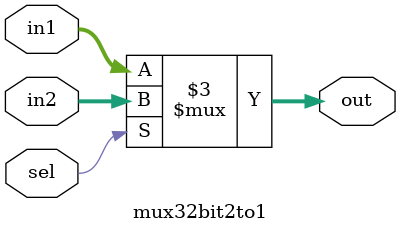
<source format=v>
module mux32bit2to1( in1, in2, sel, out);
input [31:0]in1, in2;
input sel;
output reg [31:0]out;

always @(in1 or in2 or sel)
begin

if(sel) 
out = in2;
else
out = in1;
end

endmodule



</source>
